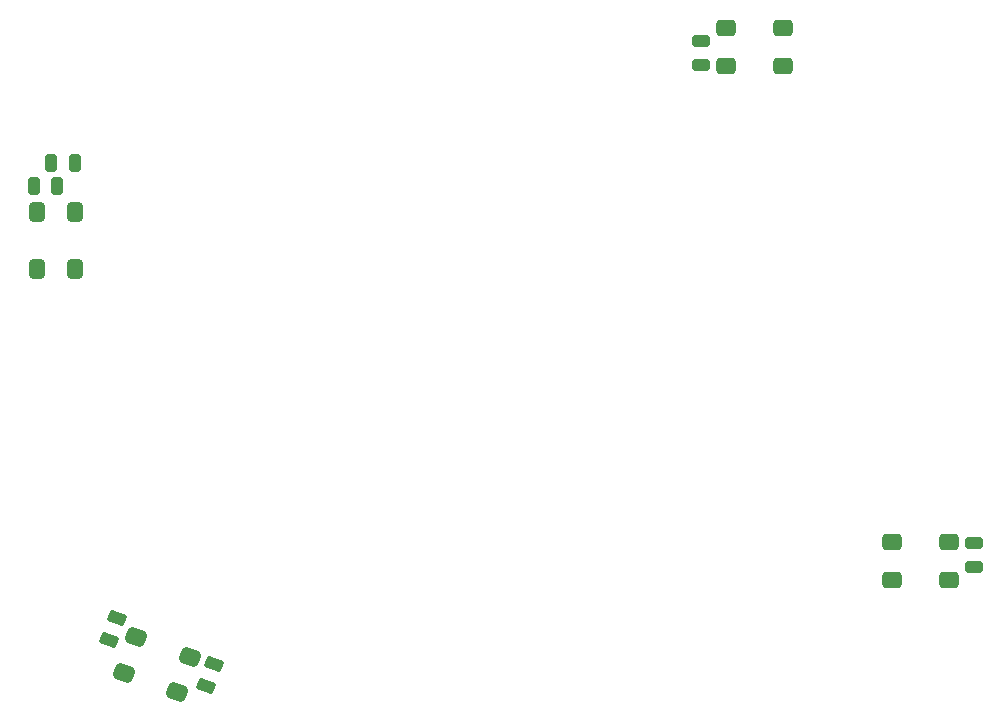
<source format=gbr>
%TF.GenerationSoftware,Altium Limited,Altium Designer,22.6.1 (34)*%
G04 Layer_Color=128*
%FSLAX45Y45*%
%MOMM*%
%TF.SameCoordinates,EFAF5BE3-474D-4A98-89D0-AE48FBC3E593*%
%TF.FilePolarity,Positive*%
%TF.FileFunction,Paste,Bot*%
%TF.Part,Single*%
G01*
G75*
%TA.AperFunction,TestPad*%
G04:AMPARAMS|DCode=21|XSize=1.5mm|YSize=1mm|CornerRadius=0.15mm|HoleSize=0mm|Usage=FLASHONLY|Rotation=180.000|XOffset=0mm|YOffset=0mm|HoleType=Round|Shape=RoundedRectangle|*
%AMROUNDEDRECTD21*
21,1,1.50000,0.70000,0,0,180.0*
21,1,1.20000,1.00000,0,0,180.0*
1,1,0.30000,-0.60000,0.35000*
1,1,0.30000,0.60000,0.35000*
1,1,0.30000,0.60000,-0.35000*
1,1,0.30000,-0.60000,-0.35000*
%
%ADD21ROUNDEDRECTD21*%
G04:AMPARAMS|DCode=22|XSize=1.5mm|YSize=1mm|CornerRadius=0.15mm|HoleSize=0mm|Usage=FLASHONLY|Rotation=270.000|XOffset=0mm|YOffset=0mm|HoleType=Round|Shape=RoundedRectangle|*
%AMROUNDEDRECTD22*
21,1,1.50000,0.70000,0,0,270.0*
21,1,1.20000,1.00000,0,0,270.0*
1,1,0.30000,-0.35000,-0.60000*
1,1,0.30000,-0.35000,0.60000*
1,1,0.30000,0.35000,0.60000*
1,1,0.30000,0.35000,-0.60000*
%
%ADD22ROUNDEDRECTD22*%
G04:AMPARAMS|DCode=69|XSize=1.5mm|YSize=1mm|CornerRadius=0.15mm|HoleSize=0mm|Usage=FLASHONLY|Rotation=340.000|XOffset=0mm|YOffset=0mm|HoleType=Round|Shape=RoundedRectangle|*
%AMROUNDEDRECTD69*
21,1,1.50000,0.70000,0,0,340.0*
21,1,1.20000,1.00000,0,0,340.0*
1,1,0.30000,0.44411,-0.53411*
1,1,0.30000,-0.68352,-0.12368*
1,1,0.30000,-0.44411,0.53411*
1,1,0.30000,0.68352,0.12368*
%
%ADD69ROUNDEDRECTD69*%
%TA.AperFunction,SMDPad,CuDef*%
G04:AMPARAMS|DCode=102|XSize=1.72mm|YSize=1.42mm|CornerRadius=0.41mm|HoleSize=0mm|Usage=FLASHONLY|Rotation=90.000|XOffset=0mm|YOffset=0mm|HoleType=Round|Shape=RoundedRectangle|*
%AMROUNDEDRECTD102*
21,1,1.72000,0.60000,0,0,90.0*
21,1,0.90000,1.42000,0,0,90.0*
1,1,0.82000,0.30000,0.45000*
1,1,0.82000,0.30000,-0.45000*
1,1,0.82000,-0.30000,-0.45000*
1,1,0.82000,-0.30000,0.45000*
%
%ADD102ROUNDEDRECTD102*%
G04:AMPARAMS|DCode=105|XSize=1.72mm|YSize=1.42mm|CornerRadius=0.41mm|HoleSize=0mm|Usage=FLASHONLY|Rotation=180.000|XOffset=0mm|YOffset=0mm|HoleType=Round|Shape=RoundedRectangle|*
%AMROUNDEDRECTD105*
21,1,1.72000,0.60000,0,0,180.0*
21,1,0.90000,1.42000,0,0,180.0*
1,1,0.82000,-0.45000,0.30000*
1,1,0.82000,0.45000,0.30000*
1,1,0.82000,0.45000,-0.30000*
1,1,0.82000,-0.45000,-0.30000*
%
%ADD105ROUNDEDRECTD105*%
G04:AMPARAMS|DCode=122|XSize=1.72mm|YSize=1.42mm|CornerRadius=0.41mm|HoleSize=0mm|Usage=FLASHONLY|Rotation=340.000|XOffset=0mm|YOffset=0mm|HoleType=Round|Shape=RoundedRectangle|*
%AMROUNDEDRECTD122*
21,1,1.72000,0.60000,0,0,340.0*
21,1,0.90000,1.42000,0,0,340.0*
1,1,0.82000,0.32026,-0.43582*
1,1,0.82000,-0.52547,-0.12800*
1,1,0.82000,-0.32026,0.43582*
1,1,0.82000,0.52547,0.12800*
%
%ADD122ROUNDEDRECTD122*%
D21*
X6070000Y5990240D02*
D03*
Y5789760D02*
D03*
X8378543Y1538982D02*
D03*
Y1739462D02*
D03*
D22*
X569760Y4960000D02*
D03*
X770240D02*
D03*
X620240Y4760000D02*
D03*
X419760D02*
D03*
D69*
X1055716Y915805D02*
D03*
X1124284Y1104195D02*
D03*
X1875716Y525805D02*
D03*
X1944284Y714195D02*
D03*
D102*
X450000Y4540000D02*
D03*
X770000D02*
D03*
Y4059999D02*
D03*
X450000D02*
D03*
D105*
X6279999Y5780000D02*
D03*
Y6100000D02*
D03*
X6760000D02*
D03*
Y5780000D02*
D03*
X8168543Y1749222D02*
D03*
Y1429222D02*
D03*
X7688542D02*
D03*
Y1749222D02*
D03*
D122*
X1740250Y778266D02*
D03*
X1630803Y477565D02*
D03*
X1179750Y641735D02*
D03*
X1289197Y942436D02*
D03*
%TF.MD5,2cea57f9a03c4e57e492d0543c3c5d53*%
M02*

</source>
